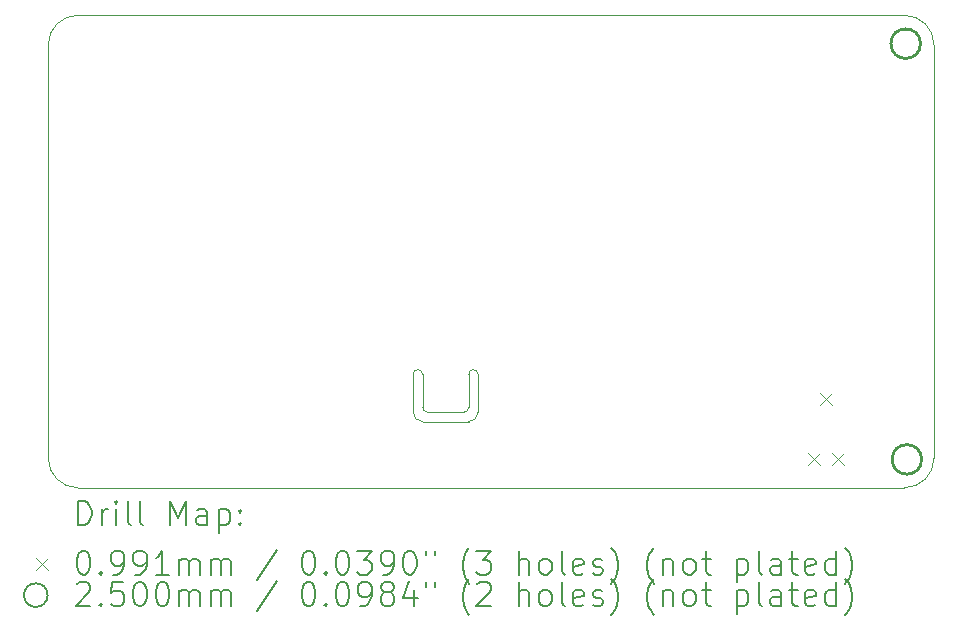
<source format=gbr>
%FSLAX45Y45*%
G04 Gerber Fmt 4.5, Leading zero omitted, Abs format (unit mm)*
G04 Created by KiCad (PCBNEW (6.0.0)) date 2022-01-25 13:51:41*
%MOMM*%
%LPD*%
G01*
G04 APERTURE LIST*
%TA.AperFunction,Profile*%
%ADD10C,0.100000*%
%TD*%
%ADD11C,0.200000*%
%ADD12C,0.099100*%
%ADD13C,0.250000*%
G04 APERTURE END LIST*
D10*
X7170000Y-8070000D02*
G75*
G03*
X7210000Y-8110000I40000J0D01*
G01*
X4250000Y-4750000D02*
G75*
G03*
X4000000Y-5000000I0J-250000D01*
G01*
X7560000Y-7790000D02*
X7560000Y-8070000D01*
X11500000Y-5000000D02*
X11500000Y-8500000D01*
X7170000Y-8070000D02*
X7170000Y-7790000D01*
X7090000Y-7790000D02*
X7090000Y-8110000D01*
X7560000Y-8190000D02*
G75*
G03*
X7640000Y-8110000I0J80000D01*
G01*
X7520000Y-8110000D02*
X7210000Y-8110000D01*
X7090000Y-8110000D02*
G75*
G03*
X7170000Y-8190000I80000J0D01*
G01*
X4000000Y-8500000D02*
X4000000Y-5000000D01*
X4250000Y-4750000D02*
X11250000Y-4750000D01*
X11250000Y-8750000D02*
G75*
G03*
X11500000Y-8500000I0J250000D01*
G01*
X11500000Y-5000000D02*
G75*
G03*
X11250000Y-4750000I-250000J0D01*
G01*
X7520000Y-8110000D02*
G75*
G03*
X7560000Y-8070000I0J40000D01*
G01*
X11250000Y-8750000D02*
X4250000Y-8750000D01*
X4000000Y-8500000D02*
G75*
G03*
X4250000Y-8750000I250000J0D01*
G01*
X7640000Y-8110000D02*
X7640000Y-7790000D01*
X7170000Y-7790000D02*
G75*
G03*
X7090000Y-7790000I-40000J0D01*
G01*
X7640000Y-7790000D02*
G75*
G03*
X7560000Y-7790000I-40000J0D01*
G01*
X7170000Y-8190000D02*
X7560000Y-8190000D01*
D11*
D12*
X10434950Y-8459450D02*
X10534050Y-8558550D01*
X10534050Y-8459450D02*
X10434950Y-8558550D01*
X10536450Y-7951450D02*
X10635550Y-8050550D01*
X10635550Y-7951450D02*
X10536450Y-8050550D01*
X10637950Y-8459450D02*
X10737050Y-8558550D01*
X10737050Y-8459450D02*
X10637950Y-8558550D01*
D13*
X11385000Y-4990000D02*
G75*
G03*
X11385000Y-4990000I-125000J0D01*
G01*
X11395000Y-8510000D02*
G75*
G03*
X11395000Y-8510000I-125000J0D01*
G01*
D11*
X4252619Y-9065476D02*
X4252619Y-8865476D01*
X4300238Y-8865476D01*
X4328810Y-8875000D01*
X4347857Y-8894048D01*
X4357381Y-8913095D01*
X4366905Y-8951190D01*
X4366905Y-8979762D01*
X4357381Y-9017857D01*
X4347857Y-9036905D01*
X4328810Y-9055952D01*
X4300238Y-9065476D01*
X4252619Y-9065476D01*
X4452619Y-9065476D02*
X4452619Y-8932143D01*
X4452619Y-8970238D02*
X4462143Y-8951190D01*
X4471667Y-8941667D01*
X4490714Y-8932143D01*
X4509762Y-8932143D01*
X4576429Y-9065476D02*
X4576429Y-8932143D01*
X4576429Y-8865476D02*
X4566905Y-8875000D01*
X4576429Y-8884524D01*
X4585952Y-8875000D01*
X4576429Y-8865476D01*
X4576429Y-8884524D01*
X4700238Y-9065476D02*
X4681190Y-9055952D01*
X4671667Y-9036905D01*
X4671667Y-8865476D01*
X4805000Y-9065476D02*
X4785952Y-9055952D01*
X4776429Y-9036905D01*
X4776429Y-8865476D01*
X5033571Y-9065476D02*
X5033571Y-8865476D01*
X5100238Y-9008333D01*
X5166905Y-8865476D01*
X5166905Y-9065476D01*
X5347857Y-9065476D02*
X5347857Y-8960714D01*
X5338333Y-8941667D01*
X5319286Y-8932143D01*
X5281190Y-8932143D01*
X5262143Y-8941667D01*
X5347857Y-9055952D02*
X5328810Y-9065476D01*
X5281190Y-9065476D01*
X5262143Y-9055952D01*
X5252619Y-9036905D01*
X5252619Y-9017857D01*
X5262143Y-8998810D01*
X5281190Y-8989286D01*
X5328810Y-8989286D01*
X5347857Y-8979762D01*
X5443095Y-8932143D02*
X5443095Y-9132143D01*
X5443095Y-8941667D02*
X5462143Y-8932143D01*
X5500238Y-8932143D01*
X5519286Y-8941667D01*
X5528810Y-8951190D01*
X5538333Y-8970238D01*
X5538333Y-9027381D01*
X5528810Y-9046429D01*
X5519286Y-9055952D01*
X5500238Y-9065476D01*
X5462143Y-9065476D01*
X5443095Y-9055952D01*
X5624048Y-9046429D02*
X5633571Y-9055952D01*
X5624048Y-9065476D01*
X5614524Y-9055952D01*
X5624048Y-9046429D01*
X5624048Y-9065476D01*
X5624048Y-8941667D02*
X5633571Y-8951190D01*
X5624048Y-8960714D01*
X5614524Y-8951190D01*
X5624048Y-8941667D01*
X5624048Y-8960714D01*
D12*
X3895900Y-9345450D02*
X3995000Y-9444550D01*
X3995000Y-9345450D02*
X3895900Y-9444550D01*
D11*
X4290714Y-9285476D02*
X4309762Y-9285476D01*
X4328810Y-9295000D01*
X4338333Y-9304524D01*
X4347857Y-9323571D01*
X4357381Y-9361667D01*
X4357381Y-9409286D01*
X4347857Y-9447381D01*
X4338333Y-9466429D01*
X4328810Y-9475952D01*
X4309762Y-9485476D01*
X4290714Y-9485476D01*
X4271667Y-9475952D01*
X4262143Y-9466429D01*
X4252619Y-9447381D01*
X4243095Y-9409286D01*
X4243095Y-9361667D01*
X4252619Y-9323571D01*
X4262143Y-9304524D01*
X4271667Y-9295000D01*
X4290714Y-9285476D01*
X4443095Y-9466429D02*
X4452619Y-9475952D01*
X4443095Y-9485476D01*
X4433571Y-9475952D01*
X4443095Y-9466429D01*
X4443095Y-9485476D01*
X4547857Y-9485476D02*
X4585952Y-9485476D01*
X4605000Y-9475952D01*
X4614524Y-9466429D01*
X4633571Y-9437857D01*
X4643095Y-9399762D01*
X4643095Y-9323571D01*
X4633571Y-9304524D01*
X4624048Y-9295000D01*
X4605000Y-9285476D01*
X4566905Y-9285476D01*
X4547857Y-9295000D01*
X4538333Y-9304524D01*
X4528810Y-9323571D01*
X4528810Y-9371190D01*
X4538333Y-9390238D01*
X4547857Y-9399762D01*
X4566905Y-9409286D01*
X4605000Y-9409286D01*
X4624048Y-9399762D01*
X4633571Y-9390238D01*
X4643095Y-9371190D01*
X4738333Y-9485476D02*
X4776429Y-9485476D01*
X4795476Y-9475952D01*
X4805000Y-9466429D01*
X4824048Y-9437857D01*
X4833571Y-9399762D01*
X4833571Y-9323571D01*
X4824048Y-9304524D01*
X4814524Y-9295000D01*
X4795476Y-9285476D01*
X4757381Y-9285476D01*
X4738333Y-9295000D01*
X4728810Y-9304524D01*
X4719286Y-9323571D01*
X4719286Y-9371190D01*
X4728810Y-9390238D01*
X4738333Y-9399762D01*
X4757381Y-9409286D01*
X4795476Y-9409286D01*
X4814524Y-9399762D01*
X4824048Y-9390238D01*
X4833571Y-9371190D01*
X5024048Y-9485476D02*
X4909762Y-9485476D01*
X4966905Y-9485476D02*
X4966905Y-9285476D01*
X4947857Y-9314048D01*
X4928810Y-9333095D01*
X4909762Y-9342619D01*
X5109762Y-9485476D02*
X5109762Y-9352143D01*
X5109762Y-9371190D02*
X5119286Y-9361667D01*
X5138333Y-9352143D01*
X5166905Y-9352143D01*
X5185952Y-9361667D01*
X5195476Y-9380714D01*
X5195476Y-9485476D01*
X5195476Y-9380714D02*
X5205000Y-9361667D01*
X5224048Y-9352143D01*
X5252619Y-9352143D01*
X5271667Y-9361667D01*
X5281190Y-9380714D01*
X5281190Y-9485476D01*
X5376429Y-9485476D02*
X5376429Y-9352143D01*
X5376429Y-9371190D02*
X5385952Y-9361667D01*
X5405000Y-9352143D01*
X5433571Y-9352143D01*
X5452619Y-9361667D01*
X5462143Y-9380714D01*
X5462143Y-9485476D01*
X5462143Y-9380714D02*
X5471667Y-9361667D01*
X5490714Y-9352143D01*
X5519286Y-9352143D01*
X5538333Y-9361667D01*
X5547857Y-9380714D01*
X5547857Y-9485476D01*
X5938333Y-9275952D02*
X5766905Y-9533095D01*
X6195476Y-9285476D02*
X6214524Y-9285476D01*
X6233571Y-9295000D01*
X6243095Y-9304524D01*
X6252619Y-9323571D01*
X6262143Y-9361667D01*
X6262143Y-9409286D01*
X6252619Y-9447381D01*
X6243095Y-9466429D01*
X6233571Y-9475952D01*
X6214524Y-9485476D01*
X6195476Y-9485476D01*
X6176428Y-9475952D01*
X6166905Y-9466429D01*
X6157381Y-9447381D01*
X6147857Y-9409286D01*
X6147857Y-9361667D01*
X6157381Y-9323571D01*
X6166905Y-9304524D01*
X6176428Y-9295000D01*
X6195476Y-9285476D01*
X6347857Y-9466429D02*
X6357381Y-9475952D01*
X6347857Y-9485476D01*
X6338333Y-9475952D01*
X6347857Y-9466429D01*
X6347857Y-9485476D01*
X6481190Y-9285476D02*
X6500238Y-9285476D01*
X6519286Y-9295000D01*
X6528809Y-9304524D01*
X6538333Y-9323571D01*
X6547857Y-9361667D01*
X6547857Y-9409286D01*
X6538333Y-9447381D01*
X6528809Y-9466429D01*
X6519286Y-9475952D01*
X6500238Y-9485476D01*
X6481190Y-9485476D01*
X6462143Y-9475952D01*
X6452619Y-9466429D01*
X6443095Y-9447381D01*
X6433571Y-9409286D01*
X6433571Y-9361667D01*
X6443095Y-9323571D01*
X6452619Y-9304524D01*
X6462143Y-9295000D01*
X6481190Y-9285476D01*
X6614524Y-9285476D02*
X6738333Y-9285476D01*
X6671667Y-9361667D01*
X6700238Y-9361667D01*
X6719286Y-9371190D01*
X6728809Y-9380714D01*
X6738333Y-9399762D01*
X6738333Y-9447381D01*
X6728809Y-9466429D01*
X6719286Y-9475952D01*
X6700238Y-9485476D01*
X6643095Y-9485476D01*
X6624048Y-9475952D01*
X6614524Y-9466429D01*
X6833571Y-9485476D02*
X6871667Y-9485476D01*
X6890714Y-9475952D01*
X6900238Y-9466429D01*
X6919286Y-9437857D01*
X6928809Y-9399762D01*
X6928809Y-9323571D01*
X6919286Y-9304524D01*
X6909762Y-9295000D01*
X6890714Y-9285476D01*
X6852619Y-9285476D01*
X6833571Y-9295000D01*
X6824048Y-9304524D01*
X6814524Y-9323571D01*
X6814524Y-9371190D01*
X6824048Y-9390238D01*
X6833571Y-9399762D01*
X6852619Y-9409286D01*
X6890714Y-9409286D01*
X6909762Y-9399762D01*
X6919286Y-9390238D01*
X6928809Y-9371190D01*
X7052619Y-9285476D02*
X7071667Y-9285476D01*
X7090714Y-9295000D01*
X7100238Y-9304524D01*
X7109762Y-9323571D01*
X7119286Y-9361667D01*
X7119286Y-9409286D01*
X7109762Y-9447381D01*
X7100238Y-9466429D01*
X7090714Y-9475952D01*
X7071667Y-9485476D01*
X7052619Y-9485476D01*
X7033571Y-9475952D01*
X7024048Y-9466429D01*
X7014524Y-9447381D01*
X7005000Y-9409286D01*
X7005000Y-9361667D01*
X7014524Y-9323571D01*
X7024048Y-9304524D01*
X7033571Y-9295000D01*
X7052619Y-9285476D01*
X7195476Y-9285476D02*
X7195476Y-9323571D01*
X7271667Y-9285476D02*
X7271667Y-9323571D01*
X7566905Y-9561667D02*
X7557381Y-9552143D01*
X7538333Y-9523571D01*
X7528809Y-9504524D01*
X7519286Y-9475952D01*
X7509762Y-9428333D01*
X7509762Y-9390238D01*
X7519286Y-9342619D01*
X7528809Y-9314048D01*
X7538333Y-9295000D01*
X7557381Y-9266429D01*
X7566905Y-9256905D01*
X7624048Y-9285476D02*
X7747857Y-9285476D01*
X7681190Y-9361667D01*
X7709762Y-9361667D01*
X7728809Y-9371190D01*
X7738333Y-9380714D01*
X7747857Y-9399762D01*
X7747857Y-9447381D01*
X7738333Y-9466429D01*
X7728809Y-9475952D01*
X7709762Y-9485476D01*
X7652619Y-9485476D01*
X7633571Y-9475952D01*
X7624048Y-9466429D01*
X7985952Y-9485476D02*
X7985952Y-9285476D01*
X8071667Y-9485476D02*
X8071667Y-9380714D01*
X8062143Y-9361667D01*
X8043095Y-9352143D01*
X8014524Y-9352143D01*
X7995476Y-9361667D01*
X7985952Y-9371190D01*
X8195476Y-9485476D02*
X8176428Y-9475952D01*
X8166905Y-9466429D01*
X8157381Y-9447381D01*
X8157381Y-9390238D01*
X8166905Y-9371190D01*
X8176428Y-9361667D01*
X8195476Y-9352143D01*
X8224048Y-9352143D01*
X8243095Y-9361667D01*
X8252619Y-9371190D01*
X8262143Y-9390238D01*
X8262143Y-9447381D01*
X8252619Y-9466429D01*
X8243095Y-9475952D01*
X8224048Y-9485476D01*
X8195476Y-9485476D01*
X8376428Y-9485476D02*
X8357381Y-9475952D01*
X8347857Y-9456905D01*
X8347857Y-9285476D01*
X8528810Y-9475952D02*
X8509762Y-9485476D01*
X8471667Y-9485476D01*
X8452619Y-9475952D01*
X8443095Y-9456905D01*
X8443095Y-9380714D01*
X8452619Y-9361667D01*
X8471667Y-9352143D01*
X8509762Y-9352143D01*
X8528810Y-9361667D01*
X8538333Y-9380714D01*
X8538333Y-9399762D01*
X8443095Y-9418810D01*
X8614524Y-9475952D02*
X8633571Y-9485476D01*
X8671667Y-9485476D01*
X8690714Y-9475952D01*
X8700238Y-9456905D01*
X8700238Y-9447381D01*
X8690714Y-9428333D01*
X8671667Y-9418810D01*
X8643095Y-9418810D01*
X8624048Y-9409286D01*
X8614524Y-9390238D01*
X8614524Y-9380714D01*
X8624048Y-9361667D01*
X8643095Y-9352143D01*
X8671667Y-9352143D01*
X8690714Y-9361667D01*
X8766905Y-9561667D02*
X8776429Y-9552143D01*
X8795476Y-9523571D01*
X8805000Y-9504524D01*
X8814524Y-9475952D01*
X8824048Y-9428333D01*
X8824048Y-9390238D01*
X8814524Y-9342619D01*
X8805000Y-9314048D01*
X8795476Y-9295000D01*
X8776429Y-9266429D01*
X8766905Y-9256905D01*
X9128810Y-9561667D02*
X9119286Y-9552143D01*
X9100238Y-9523571D01*
X9090714Y-9504524D01*
X9081190Y-9475952D01*
X9071667Y-9428333D01*
X9071667Y-9390238D01*
X9081190Y-9342619D01*
X9090714Y-9314048D01*
X9100238Y-9295000D01*
X9119286Y-9266429D01*
X9128810Y-9256905D01*
X9205000Y-9352143D02*
X9205000Y-9485476D01*
X9205000Y-9371190D02*
X9214524Y-9361667D01*
X9233571Y-9352143D01*
X9262143Y-9352143D01*
X9281190Y-9361667D01*
X9290714Y-9380714D01*
X9290714Y-9485476D01*
X9414524Y-9485476D02*
X9395476Y-9475952D01*
X9385952Y-9466429D01*
X9376429Y-9447381D01*
X9376429Y-9390238D01*
X9385952Y-9371190D01*
X9395476Y-9361667D01*
X9414524Y-9352143D01*
X9443095Y-9352143D01*
X9462143Y-9361667D01*
X9471667Y-9371190D01*
X9481190Y-9390238D01*
X9481190Y-9447381D01*
X9471667Y-9466429D01*
X9462143Y-9475952D01*
X9443095Y-9485476D01*
X9414524Y-9485476D01*
X9538333Y-9352143D02*
X9614524Y-9352143D01*
X9566905Y-9285476D02*
X9566905Y-9456905D01*
X9576429Y-9475952D01*
X9595476Y-9485476D01*
X9614524Y-9485476D01*
X9833571Y-9352143D02*
X9833571Y-9552143D01*
X9833571Y-9361667D02*
X9852619Y-9352143D01*
X9890714Y-9352143D01*
X9909762Y-9361667D01*
X9919286Y-9371190D01*
X9928810Y-9390238D01*
X9928810Y-9447381D01*
X9919286Y-9466429D01*
X9909762Y-9475952D01*
X9890714Y-9485476D01*
X9852619Y-9485476D01*
X9833571Y-9475952D01*
X10043095Y-9485476D02*
X10024048Y-9475952D01*
X10014524Y-9456905D01*
X10014524Y-9285476D01*
X10205000Y-9485476D02*
X10205000Y-9380714D01*
X10195476Y-9361667D01*
X10176429Y-9352143D01*
X10138333Y-9352143D01*
X10119286Y-9361667D01*
X10205000Y-9475952D02*
X10185952Y-9485476D01*
X10138333Y-9485476D01*
X10119286Y-9475952D01*
X10109762Y-9456905D01*
X10109762Y-9437857D01*
X10119286Y-9418810D01*
X10138333Y-9409286D01*
X10185952Y-9409286D01*
X10205000Y-9399762D01*
X10271667Y-9352143D02*
X10347857Y-9352143D01*
X10300238Y-9285476D02*
X10300238Y-9456905D01*
X10309762Y-9475952D01*
X10328810Y-9485476D01*
X10347857Y-9485476D01*
X10490714Y-9475952D02*
X10471667Y-9485476D01*
X10433571Y-9485476D01*
X10414524Y-9475952D01*
X10405000Y-9456905D01*
X10405000Y-9380714D01*
X10414524Y-9361667D01*
X10433571Y-9352143D01*
X10471667Y-9352143D01*
X10490714Y-9361667D01*
X10500238Y-9380714D01*
X10500238Y-9399762D01*
X10405000Y-9418810D01*
X10671667Y-9485476D02*
X10671667Y-9285476D01*
X10671667Y-9475952D02*
X10652619Y-9485476D01*
X10614524Y-9485476D01*
X10595476Y-9475952D01*
X10585952Y-9466429D01*
X10576429Y-9447381D01*
X10576429Y-9390238D01*
X10585952Y-9371190D01*
X10595476Y-9361667D01*
X10614524Y-9352143D01*
X10652619Y-9352143D01*
X10671667Y-9361667D01*
X10747857Y-9561667D02*
X10757381Y-9552143D01*
X10776429Y-9523571D01*
X10785952Y-9504524D01*
X10795476Y-9475952D01*
X10805000Y-9428333D01*
X10805000Y-9390238D01*
X10795476Y-9342619D01*
X10785952Y-9314048D01*
X10776429Y-9295000D01*
X10757381Y-9266429D01*
X10747857Y-9256905D01*
X3995000Y-9659000D02*
G75*
G03*
X3995000Y-9659000I-100000J0D01*
G01*
X4243095Y-9568524D02*
X4252619Y-9559000D01*
X4271667Y-9549476D01*
X4319286Y-9549476D01*
X4338333Y-9559000D01*
X4347857Y-9568524D01*
X4357381Y-9587571D01*
X4357381Y-9606619D01*
X4347857Y-9635190D01*
X4233571Y-9749476D01*
X4357381Y-9749476D01*
X4443095Y-9730429D02*
X4452619Y-9739952D01*
X4443095Y-9749476D01*
X4433571Y-9739952D01*
X4443095Y-9730429D01*
X4443095Y-9749476D01*
X4633571Y-9549476D02*
X4538333Y-9549476D01*
X4528810Y-9644714D01*
X4538333Y-9635190D01*
X4557381Y-9625667D01*
X4605000Y-9625667D01*
X4624048Y-9635190D01*
X4633571Y-9644714D01*
X4643095Y-9663762D01*
X4643095Y-9711381D01*
X4633571Y-9730429D01*
X4624048Y-9739952D01*
X4605000Y-9749476D01*
X4557381Y-9749476D01*
X4538333Y-9739952D01*
X4528810Y-9730429D01*
X4766905Y-9549476D02*
X4785952Y-9549476D01*
X4805000Y-9559000D01*
X4814524Y-9568524D01*
X4824048Y-9587571D01*
X4833571Y-9625667D01*
X4833571Y-9673286D01*
X4824048Y-9711381D01*
X4814524Y-9730429D01*
X4805000Y-9739952D01*
X4785952Y-9749476D01*
X4766905Y-9749476D01*
X4747857Y-9739952D01*
X4738333Y-9730429D01*
X4728810Y-9711381D01*
X4719286Y-9673286D01*
X4719286Y-9625667D01*
X4728810Y-9587571D01*
X4738333Y-9568524D01*
X4747857Y-9559000D01*
X4766905Y-9549476D01*
X4957381Y-9549476D02*
X4976429Y-9549476D01*
X4995476Y-9559000D01*
X5005000Y-9568524D01*
X5014524Y-9587571D01*
X5024048Y-9625667D01*
X5024048Y-9673286D01*
X5014524Y-9711381D01*
X5005000Y-9730429D01*
X4995476Y-9739952D01*
X4976429Y-9749476D01*
X4957381Y-9749476D01*
X4938333Y-9739952D01*
X4928810Y-9730429D01*
X4919286Y-9711381D01*
X4909762Y-9673286D01*
X4909762Y-9625667D01*
X4919286Y-9587571D01*
X4928810Y-9568524D01*
X4938333Y-9559000D01*
X4957381Y-9549476D01*
X5109762Y-9749476D02*
X5109762Y-9616143D01*
X5109762Y-9635190D02*
X5119286Y-9625667D01*
X5138333Y-9616143D01*
X5166905Y-9616143D01*
X5185952Y-9625667D01*
X5195476Y-9644714D01*
X5195476Y-9749476D01*
X5195476Y-9644714D02*
X5205000Y-9625667D01*
X5224048Y-9616143D01*
X5252619Y-9616143D01*
X5271667Y-9625667D01*
X5281190Y-9644714D01*
X5281190Y-9749476D01*
X5376429Y-9749476D02*
X5376429Y-9616143D01*
X5376429Y-9635190D02*
X5385952Y-9625667D01*
X5405000Y-9616143D01*
X5433571Y-9616143D01*
X5452619Y-9625667D01*
X5462143Y-9644714D01*
X5462143Y-9749476D01*
X5462143Y-9644714D02*
X5471667Y-9625667D01*
X5490714Y-9616143D01*
X5519286Y-9616143D01*
X5538333Y-9625667D01*
X5547857Y-9644714D01*
X5547857Y-9749476D01*
X5938333Y-9539952D02*
X5766905Y-9797095D01*
X6195476Y-9549476D02*
X6214524Y-9549476D01*
X6233571Y-9559000D01*
X6243095Y-9568524D01*
X6252619Y-9587571D01*
X6262143Y-9625667D01*
X6262143Y-9673286D01*
X6252619Y-9711381D01*
X6243095Y-9730429D01*
X6233571Y-9739952D01*
X6214524Y-9749476D01*
X6195476Y-9749476D01*
X6176428Y-9739952D01*
X6166905Y-9730429D01*
X6157381Y-9711381D01*
X6147857Y-9673286D01*
X6147857Y-9625667D01*
X6157381Y-9587571D01*
X6166905Y-9568524D01*
X6176428Y-9559000D01*
X6195476Y-9549476D01*
X6347857Y-9730429D02*
X6357381Y-9739952D01*
X6347857Y-9749476D01*
X6338333Y-9739952D01*
X6347857Y-9730429D01*
X6347857Y-9749476D01*
X6481190Y-9549476D02*
X6500238Y-9549476D01*
X6519286Y-9559000D01*
X6528809Y-9568524D01*
X6538333Y-9587571D01*
X6547857Y-9625667D01*
X6547857Y-9673286D01*
X6538333Y-9711381D01*
X6528809Y-9730429D01*
X6519286Y-9739952D01*
X6500238Y-9749476D01*
X6481190Y-9749476D01*
X6462143Y-9739952D01*
X6452619Y-9730429D01*
X6443095Y-9711381D01*
X6433571Y-9673286D01*
X6433571Y-9625667D01*
X6443095Y-9587571D01*
X6452619Y-9568524D01*
X6462143Y-9559000D01*
X6481190Y-9549476D01*
X6643095Y-9749476D02*
X6681190Y-9749476D01*
X6700238Y-9739952D01*
X6709762Y-9730429D01*
X6728809Y-9701857D01*
X6738333Y-9663762D01*
X6738333Y-9587571D01*
X6728809Y-9568524D01*
X6719286Y-9559000D01*
X6700238Y-9549476D01*
X6662143Y-9549476D01*
X6643095Y-9559000D01*
X6633571Y-9568524D01*
X6624048Y-9587571D01*
X6624048Y-9635190D01*
X6633571Y-9654238D01*
X6643095Y-9663762D01*
X6662143Y-9673286D01*
X6700238Y-9673286D01*
X6719286Y-9663762D01*
X6728809Y-9654238D01*
X6738333Y-9635190D01*
X6852619Y-9635190D02*
X6833571Y-9625667D01*
X6824048Y-9616143D01*
X6814524Y-9597095D01*
X6814524Y-9587571D01*
X6824048Y-9568524D01*
X6833571Y-9559000D01*
X6852619Y-9549476D01*
X6890714Y-9549476D01*
X6909762Y-9559000D01*
X6919286Y-9568524D01*
X6928809Y-9587571D01*
X6928809Y-9597095D01*
X6919286Y-9616143D01*
X6909762Y-9625667D01*
X6890714Y-9635190D01*
X6852619Y-9635190D01*
X6833571Y-9644714D01*
X6824048Y-9654238D01*
X6814524Y-9673286D01*
X6814524Y-9711381D01*
X6824048Y-9730429D01*
X6833571Y-9739952D01*
X6852619Y-9749476D01*
X6890714Y-9749476D01*
X6909762Y-9739952D01*
X6919286Y-9730429D01*
X6928809Y-9711381D01*
X6928809Y-9673286D01*
X6919286Y-9654238D01*
X6909762Y-9644714D01*
X6890714Y-9635190D01*
X7100238Y-9616143D02*
X7100238Y-9749476D01*
X7052619Y-9539952D02*
X7005000Y-9682810D01*
X7128809Y-9682810D01*
X7195476Y-9549476D02*
X7195476Y-9587571D01*
X7271667Y-9549476D02*
X7271667Y-9587571D01*
X7566905Y-9825667D02*
X7557381Y-9816143D01*
X7538333Y-9787571D01*
X7528809Y-9768524D01*
X7519286Y-9739952D01*
X7509762Y-9692333D01*
X7509762Y-9654238D01*
X7519286Y-9606619D01*
X7528809Y-9578048D01*
X7538333Y-9559000D01*
X7557381Y-9530429D01*
X7566905Y-9520905D01*
X7633571Y-9568524D02*
X7643095Y-9559000D01*
X7662143Y-9549476D01*
X7709762Y-9549476D01*
X7728809Y-9559000D01*
X7738333Y-9568524D01*
X7747857Y-9587571D01*
X7747857Y-9606619D01*
X7738333Y-9635190D01*
X7624048Y-9749476D01*
X7747857Y-9749476D01*
X7985952Y-9749476D02*
X7985952Y-9549476D01*
X8071667Y-9749476D02*
X8071667Y-9644714D01*
X8062143Y-9625667D01*
X8043095Y-9616143D01*
X8014524Y-9616143D01*
X7995476Y-9625667D01*
X7985952Y-9635190D01*
X8195476Y-9749476D02*
X8176428Y-9739952D01*
X8166905Y-9730429D01*
X8157381Y-9711381D01*
X8157381Y-9654238D01*
X8166905Y-9635190D01*
X8176428Y-9625667D01*
X8195476Y-9616143D01*
X8224048Y-9616143D01*
X8243095Y-9625667D01*
X8252619Y-9635190D01*
X8262143Y-9654238D01*
X8262143Y-9711381D01*
X8252619Y-9730429D01*
X8243095Y-9739952D01*
X8224048Y-9749476D01*
X8195476Y-9749476D01*
X8376428Y-9749476D02*
X8357381Y-9739952D01*
X8347857Y-9720905D01*
X8347857Y-9549476D01*
X8528810Y-9739952D02*
X8509762Y-9749476D01*
X8471667Y-9749476D01*
X8452619Y-9739952D01*
X8443095Y-9720905D01*
X8443095Y-9644714D01*
X8452619Y-9625667D01*
X8471667Y-9616143D01*
X8509762Y-9616143D01*
X8528810Y-9625667D01*
X8538333Y-9644714D01*
X8538333Y-9663762D01*
X8443095Y-9682810D01*
X8614524Y-9739952D02*
X8633571Y-9749476D01*
X8671667Y-9749476D01*
X8690714Y-9739952D01*
X8700238Y-9720905D01*
X8700238Y-9711381D01*
X8690714Y-9692333D01*
X8671667Y-9682810D01*
X8643095Y-9682810D01*
X8624048Y-9673286D01*
X8614524Y-9654238D01*
X8614524Y-9644714D01*
X8624048Y-9625667D01*
X8643095Y-9616143D01*
X8671667Y-9616143D01*
X8690714Y-9625667D01*
X8766905Y-9825667D02*
X8776429Y-9816143D01*
X8795476Y-9787571D01*
X8805000Y-9768524D01*
X8814524Y-9739952D01*
X8824048Y-9692333D01*
X8824048Y-9654238D01*
X8814524Y-9606619D01*
X8805000Y-9578048D01*
X8795476Y-9559000D01*
X8776429Y-9530429D01*
X8766905Y-9520905D01*
X9128810Y-9825667D02*
X9119286Y-9816143D01*
X9100238Y-9787571D01*
X9090714Y-9768524D01*
X9081190Y-9739952D01*
X9071667Y-9692333D01*
X9071667Y-9654238D01*
X9081190Y-9606619D01*
X9090714Y-9578048D01*
X9100238Y-9559000D01*
X9119286Y-9530429D01*
X9128810Y-9520905D01*
X9205000Y-9616143D02*
X9205000Y-9749476D01*
X9205000Y-9635190D02*
X9214524Y-9625667D01*
X9233571Y-9616143D01*
X9262143Y-9616143D01*
X9281190Y-9625667D01*
X9290714Y-9644714D01*
X9290714Y-9749476D01*
X9414524Y-9749476D02*
X9395476Y-9739952D01*
X9385952Y-9730429D01*
X9376429Y-9711381D01*
X9376429Y-9654238D01*
X9385952Y-9635190D01*
X9395476Y-9625667D01*
X9414524Y-9616143D01*
X9443095Y-9616143D01*
X9462143Y-9625667D01*
X9471667Y-9635190D01*
X9481190Y-9654238D01*
X9481190Y-9711381D01*
X9471667Y-9730429D01*
X9462143Y-9739952D01*
X9443095Y-9749476D01*
X9414524Y-9749476D01*
X9538333Y-9616143D02*
X9614524Y-9616143D01*
X9566905Y-9549476D02*
X9566905Y-9720905D01*
X9576429Y-9739952D01*
X9595476Y-9749476D01*
X9614524Y-9749476D01*
X9833571Y-9616143D02*
X9833571Y-9816143D01*
X9833571Y-9625667D02*
X9852619Y-9616143D01*
X9890714Y-9616143D01*
X9909762Y-9625667D01*
X9919286Y-9635190D01*
X9928810Y-9654238D01*
X9928810Y-9711381D01*
X9919286Y-9730429D01*
X9909762Y-9739952D01*
X9890714Y-9749476D01*
X9852619Y-9749476D01*
X9833571Y-9739952D01*
X10043095Y-9749476D02*
X10024048Y-9739952D01*
X10014524Y-9720905D01*
X10014524Y-9549476D01*
X10205000Y-9749476D02*
X10205000Y-9644714D01*
X10195476Y-9625667D01*
X10176429Y-9616143D01*
X10138333Y-9616143D01*
X10119286Y-9625667D01*
X10205000Y-9739952D02*
X10185952Y-9749476D01*
X10138333Y-9749476D01*
X10119286Y-9739952D01*
X10109762Y-9720905D01*
X10109762Y-9701857D01*
X10119286Y-9682810D01*
X10138333Y-9673286D01*
X10185952Y-9673286D01*
X10205000Y-9663762D01*
X10271667Y-9616143D02*
X10347857Y-9616143D01*
X10300238Y-9549476D02*
X10300238Y-9720905D01*
X10309762Y-9739952D01*
X10328810Y-9749476D01*
X10347857Y-9749476D01*
X10490714Y-9739952D02*
X10471667Y-9749476D01*
X10433571Y-9749476D01*
X10414524Y-9739952D01*
X10405000Y-9720905D01*
X10405000Y-9644714D01*
X10414524Y-9625667D01*
X10433571Y-9616143D01*
X10471667Y-9616143D01*
X10490714Y-9625667D01*
X10500238Y-9644714D01*
X10500238Y-9663762D01*
X10405000Y-9682810D01*
X10671667Y-9749476D02*
X10671667Y-9549476D01*
X10671667Y-9739952D02*
X10652619Y-9749476D01*
X10614524Y-9749476D01*
X10595476Y-9739952D01*
X10585952Y-9730429D01*
X10576429Y-9711381D01*
X10576429Y-9654238D01*
X10585952Y-9635190D01*
X10595476Y-9625667D01*
X10614524Y-9616143D01*
X10652619Y-9616143D01*
X10671667Y-9625667D01*
X10747857Y-9825667D02*
X10757381Y-9816143D01*
X10776429Y-9787571D01*
X10785952Y-9768524D01*
X10795476Y-9739952D01*
X10805000Y-9692333D01*
X10805000Y-9654238D01*
X10795476Y-9606619D01*
X10785952Y-9578048D01*
X10776429Y-9559000D01*
X10757381Y-9530429D01*
X10747857Y-9520905D01*
M02*

</source>
